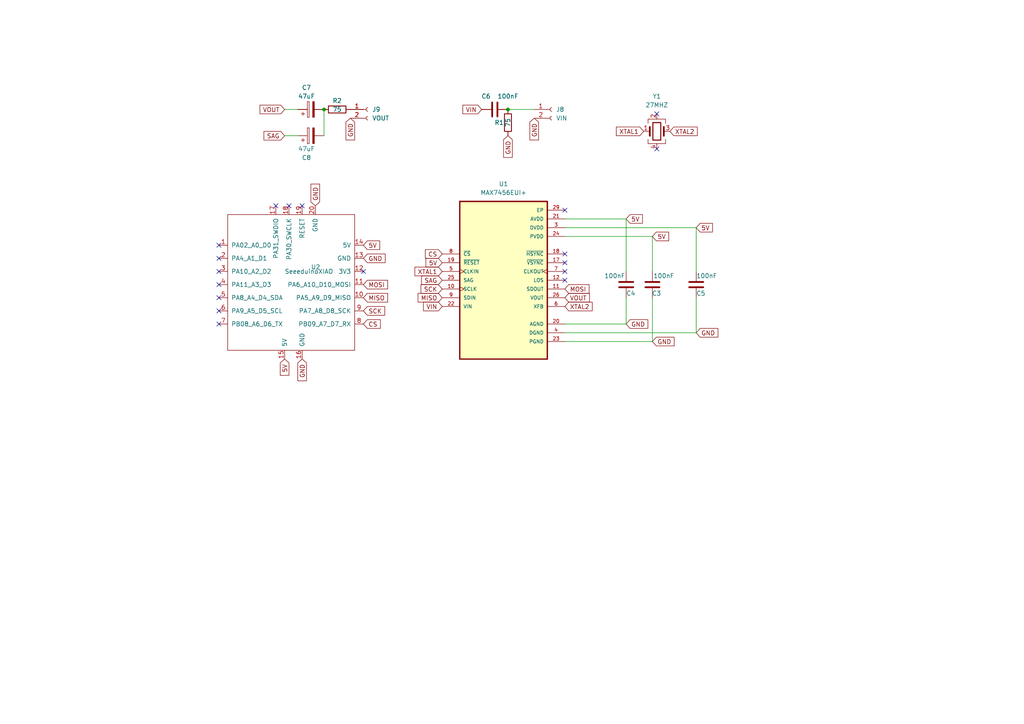
<source format=kicad_sch>
(kicad_sch (version 20230121) (generator eeschema)
  (paper "A4")
  (lib_symbols
    (symbol "Connector:Conn_01x02_Female" (pin_names (offset 1.016) hide)
      (property "Reference" "J" (at 0 2.54 0))
      (property "Value" "Conn_01x02_Female" (at 0 -5.08 0))
      (symbol "Conn_01x02_Female_1_1"
        (arc (start 0 -2.032) (mid -0.5058 -2.54) (end 0 -3.048) (stroke (width 0.1524)))
        (polyline (pts (xy -1.27 -2.54) (xy -0.508 -2.54)) (stroke (width 0.1524)))
        (polyline (pts (xy -1.27 0) (xy -0.508 0)) (stroke (width 0.1524)))
        (arc (start 0 0.508) (mid -0.5058 0) (end 0 -0.508) (stroke (width 0.1524)))
        (pin passive line (at -5.08 0 0) (length 3.81) (name "Pin_1") (number "1"))
        (pin passive line (at -5.08 -2.54 0) (length 3.81) (name "Pin_2") (number "2"))
      )
    )
    (symbol "Device:C" (pin_numbers hide) (pin_names (offset 0.254))
      (property "Reference" "C" (at 0.635 2.54 0))
      (property "Value" "C" (at 0.635 -2.54 0))
      (symbol "C_0_1"
        (polyline (pts (xy -2.032 -0.762) (xy 2.032 -0.762)) (stroke (width 0.508)))
        (polyline (pts (xy -2.032 0.762) (xy 2.032 0.762)) (stroke (width 0.508)))
      )
      (symbol "C_1_1"
        (pin passive line (at 0 3.81 270) (length 2.794) (name "~") (number "1"))
        (pin passive line (at 0 -3.81 90) (length 2.794) (name "~") (number "2"))
      )
    )
    (symbol "Device:C_Polarized" (pin_numbers hide) (pin_names (offset 0.254))
      (property "Reference" "C" (at 0.635 2.54 0))
      (property "Value" "C_Polarized" (at 0.635 -2.54 0))
      (symbol "C_Polarized_0_1"
        (rectangle (start -2.286 0.508) (end 2.286 1.016))
        (polyline (pts (xy -1.778 2.286) (xy -0.762 2.286)))
        (polyline (pts (xy -1.27 2.794) (xy -1.27 1.778)))
        (rectangle (start 2.286 -0.508) (end -2.286 -1.016) (fill (type outline)))
      )
      (symbol "C_Polarized_1_1"
        (pin passive line (at 0 3.81 270) (length 2.794) (name "~") (number "1"))
        (pin passive line (at 0 -3.81 90) (length 2.794) (name "~") (number "2"))
      )
    )
    (symbol "Device:Crystal_GND24" (pin_names (offset 1.016) hide)
      (property "Reference" "Y" (at 3.175 5.08 0))
      (property "Value" "Crystal_GND24" (at 3.175 3.175 0))
      (symbol "Crystal_GND24_0_1"
        (rectangle (start -1.143 2.54) (end 1.143 -2.54) (stroke (width 0.3048)))
        (polyline (pts (xy -2.54 0) (xy -2.032 0)))
        (polyline (pts (xy -2.032 -1.27) (xy -2.032 1.27)) (stroke (width 0.508)))
        (polyline (pts (xy 0 -3.81) (xy 0 -3.556)))
        (polyline (pts (xy 0 3.556) (xy 0 3.81)))
        (polyline (pts (xy 2.032 -1.27) (xy 2.032 1.27)) (stroke (width 0.508)))
        (polyline (pts (xy 2.032 0) (xy 2.54 0)))
        (polyline (pts (xy -2.54 -2.286) (xy -2.54 -3.556) (xy 2.54 -3.556) (xy 2.54 -2.286)))
        (polyline (pts (xy -2.54 2.286) (xy -2.54 3.556) (xy 2.54 3.556) (xy 2.54 2.286)))
      )
      (symbol "Crystal_GND24_1_1"
        (pin passive line (at -3.81 0 0) (length 1.27) (name "1") (number "1"))
        (pin passive line (at 0 5.08 270) (length 1.27) (name "2") (number "2"))
        (pin passive line (at 3.81 0 180) (length 1.27) (name "3") (number "3"))
        (pin passive line (at 0 -5.08 90) (length 1.27) (name "4") (number "4"))
      )
    )
    (symbol "Device:R" (pin_numbers hide) (pin_names (offset 0))
      (property "Reference" "R" (at 2.032 0 90))
      (property "Value" "R" (at 0 0 90))
      (symbol "R_0_1"
        (rectangle (start -1.016 -2.54) (end 1.016 2.54) (stroke (width 0.254)))
      )
      (symbol "R_1_1"
        (pin passive line (at 0 3.81 270) (length 1.27) (name "~") (number "1"))
        (pin passive line (at 0 -3.81 90) (length 1.27) (name "~") (number "2"))
      )
    )
    (symbol "MAX7456EUI:MAX7456EUI+" (pin_names (offset 1.016))
      (property "Reference" "U" (at -12.7 23.8506 0))
      (property "Value" "MAX7456EUI+" (at -12.7 -26.8478 0))
      (symbol "MAX7456EUI+_0_0"
        (rectangle (start -12.7 -22.86) (end 12.7 22.86) (stroke (width 0.4064)) (fill (type background)))
        (pin input clock (at -17.78 -2.54 0) (length 5.08) (name "SCLK") (number "10"))
        (pin output line (at 17.78 -2.54 180) (length 5.08) (name "SDOUT") (number "11"))
        (pin output line (at 17.78 0 180) (length 5.08) (name "LOS") (number "12"))
        (pin output line (at 17.78 5.08 180) (length 5.08) (name "~{VSYNC}") (number "17"))
        (pin output line (at 17.78 7.62 180) (length 5.08) (name "~{HSYNC}") (number "18"))
        (pin input line (at -17.78 5.08 0) (length 5.08) (name "~{RESET}") (number "19"))
        (pin power_in line (at 17.78 -12.7 180) (length 5.08) (name "AGND") (number "20"))
        (pin power_in line (at 17.78 17.78 180) (length 5.08) (name "AVDD") (number "21"))
        (pin input line (at -17.78 -7.62 0) (length 5.08) (name "VIN") (number "22"))
        (pin power_in line (at 17.78 -17.78 180) (length 5.08) (name "PGND") (number "23"))
        (pin power_in line (at 17.78 12.7 180) (length 5.08) (name "PVDD") (number "24"))
        (pin input line (at -17.78 0 0) (length 5.08) (name "SAG") (number "25"))
        (pin output line (at 17.78 -5.08 180) (length 5.08) (name "VOUT") (number "26"))
        (pin power_in line (at 17.78 20.32 180) (length 5.08) (name "EP") (number "29"))
        (pin power_in line (at 17.78 15.24 180) (length 5.08) (name "DVDD") (number "3"))
        (pin power_in line (at 17.78 -15.24 180) (length 5.08) (name "DGND") (number "4"))
        (pin input clock (at -17.78 2.54 0) (length 5.08) (name "CLKIN") (number "5"))
        (pin output line (at 17.78 -7.62 180) (length 5.08) (name "XFB") (number "6"))
        (pin output clock (at 17.78 2.54 180) (length 5.08) (name "CLKOUT") (number "7"))
        (pin input line (at -17.78 7.62 0) (length 5.08) (name "~{CS}") (number "8"))
        (pin input line (at -17.78 -5.08 0) (length 5.08) (name "SDIN") (number "9"))
      )
    )
    (symbol "Seeeduino XIAO:SeeeduinoXIAO" (pin_names (offset 1.016))
      (property "Reference" "U" (at -19.05 22.86 0))
      (property "Value" "SeeeduinoXIAO" (at -12.7 21.59 0))
      (symbol "SeeeduinoXIAO_0_1"
        (rectangle (start -19.05 20.32) (end 17.78 -19.05))
      )
      (symbol "SeeeduinoXIAO_1_1"
        (pin unspecified line (at -21.59 11.43 0) (length 2.54) (name "PA02_A0_D0") (number "1"))
        (pin unspecified line (at 20.32 -3.81 180) (length 2.54) (name "PA5_A9_D9_MISO") (number "10"))
        (pin unspecified line (at 20.32 0 180) (length 2.54) (name "PA6_A10_D10_MOSI") (number "11"))
        (pin unspecified line (at 20.32 3.81 180) (length 2.54) (name "3V3") (number "12"))
        (pin unspecified line (at 20.32 7.62 180) (length 2.54) (name "GND") (number "13"))
        (pin unspecified line (at 20.32 11.43 180) (length 2.54) (name "5V") (number "14"))
        (pin input line (at -2.54 -21.59 90) (length 2.54) (name "5V") (number "15"))
        (pin input line (at 2.54 -21.59 90) (length 2.54) (name "GND") (number "16"))
        (pin input line (at -5.08 22.86 270) (length 2.54) (name "PA31_SWDIO") (number "17"))
        (pin input line (at -1.27 22.86 270) (length 2.54) (name "PA30_SWCLK") (number "18"))
        (pin input line (at 2.54 22.86 270) (length 2.54) (name "RESET") (number "19"))
        (pin unspecified line (at -21.59 7.62 0) (length 2.54) (name "PA4_A1_D1") (number "2"))
        (pin input line (at 6.35 22.86 270) (length 2.54) (name "GND") (number "20"))
        (pin unspecified line (at -21.59 3.81 0) (length 2.54) (name "PA10_A2_D2") (number "3"))
        (pin unspecified line (at -21.59 0 0) (length 2.54) (name "PA11_A3_D3") (number "4"))
        (pin unspecified line (at -21.59 -3.81 0) (length 2.54) (name "PA8_A4_D4_SDA") (number "5"))
        (pin unspecified line (at -21.59 -7.62 0) (length 2.54) (name "PA9_A5_D5_SCL") (number "6"))
        (pin unspecified line (at -21.59 -11.43 0) (length 2.54) (name "PB08_A6_D6_TX") (number "7"))
        (pin unspecified line (at 20.32 -11.43 180) (length 2.54) (name "PB09_A7_D7_RX") (number "8"))
        (pin unspecified line (at 20.32 -7.62 180) (length 2.54) (name "PA7_A8_D8_SCK") (number "9"))
      )
    )
  )
  (junction (at 147.32 31.75))
  (junction (at 93.98 31.75))
  (no_connect (at 63.5 71.12))
  (no_connect (at 63.5 86.36))
  (no_connect (at 163.83 81.28))
  (no_connect (at 163.83 78.74))
  (no_connect (at 163.83 76.2))
  (no_connect (at 163.83 73.66))
  (no_connect (at 105.41 78.74))
  (no_connect (at 83.82 59.69))
  (no_connect (at 63.5 90.17))
  (no_connect (at 63.5 78.74))
  (no_connect (at 80.01 59.69))
  (no_connect (at 63.5 93.98))
  (no_connect (at 63.5 74.93))
  (no_connect (at 87.63 59.69))
  (no_connect (at 163.83 60.96))
  (no_connect (at 190.5 33.02))
  (no_connect (at 190.5 43.18))
  (no_connect (at 63.5 82.55))
  (wire (pts (xy 163.83 66.04) (xy 201.93 66.04)))
  (wire (pts (xy 163.83 68.58) (xy 189.23 68.58)))
  (wire (pts (xy 163.83 63.5) (xy 181.61 63.5)))
  (wire (pts (xy 201.93 66.04) (xy 201.93 78.74)))
  (wire (pts (xy 189.23 99.06) (xy 189.23 86.36)))
  (wire (pts (xy 93.98 31.75) (xy 93.98 39.37)))
  (wire (pts (xy 163.83 93.98) (xy 181.61 93.98)))
  (wire (pts (xy 82.55 31.75) (xy 86.36 31.75)))
  (wire (pts (xy 147.32 31.75) (xy 154.94 31.75)))
  (wire (pts (xy 163.83 96.52) (xy 201.93 96.52)))
  (wire (pts (xy 181.61 63.5) (xy 181.61 78.74)))
  (wire (pts (xy 163.83 99.06) (xy 189.23 99.06)))
  (wire (pts (xy 201.93 96.52) (xy 201.93 86.36)))
  (wire (pts (xy 181.61 93.98) (xy 181.61 86.36)))
  (wire (pts (xy 82.55 39.37) (xy 86.36 39.37)))
  (wire (pts (xy 189.23 78.74) (xy 189.23 68.58)))
  (global_label "5V" (shape input) (at 82.55 104.14 270) (property "Intersheetrefs" "${INTERSHEET_REFS}" (effects hide)))
  (global_label "MOSI" (shape input) (at 163.83 83.82 0) (property "Intersheetrefs" "${INTERSHEET_REFS}" (effects hide)))
  (global_label "SCK" (shape input) (at 128.27 83.82 180) (property "Intersheetrefs" "${INTERSHEET_REFS}" (effects hide)))
  (global_label "CS" (shape input) (at 128.27 73.66 180) (property "Intersheetrefs" "${INTERSHEET_REFS}" (effects hide)))
  (global_label "5V" (shape input) (at 128.27 76.2 180) (property "Intersheetrefs" "${INTERSHEET_REFS}" (effects hide)))
  (global_label "GND" (shape input) (at 91.44 59.69 90) (property "Intersheetrefs" "${INTERSHEET_REFS}" (effects hide)))
  (global_label "5V" (shape input) (at 105.41 71.12 0) (property "Intersheetrefs" "${INTERSHEET_REFS}" (effects hide)))
  (global_label "5V" (shape input) (at 181.61 63.5 0) (property "Intersheetrefs" "${INTERSHEET_REFS}" (effects hide)))
  (global_label "GND" (shape input) (at 101.6 34.29 270) (property "Intersheetrefs" "${INTERSHEET_REFS}" (effects hide)))
  (global_label "SAG" (shape input) (at 128.27 81.28 180) (property "Intersheetrefs" "${INTERSHEET_REFS}" (effects hide)))
  (global_label "5V" (shape input) (at 189.23 68.58 0) (property "Intersheetrefs" "${INTERSHEET_REFS}" (effects hide)))
  (global_label "GND" (shape input) (at 181.61 93.98 0) (property "Intersheetrefs" "${INTERSHEET_REFS}" (effects hide)))
  (global_label "GND" (shape input) (at 147.32 39.37 270) (property "Intersheetrefs" "${INTERSHEET_REFS}" (effects hide)))
  (global_label "VIN" (shape input) (at 128.27 88.9 180) (property "Intersheetrefs" "${INTERSHEET_REFS}" (effects hide)))
  (global_label "VOUT" (shape input) (at 163.83 86.36 0) (property "Intersheetrefs" "${INTERSHEET_REFS}" (effects hide)))
  (global_label "XTAL1" (shape input) (at 128.27 78.74 180) (property "Intersheetrefs" "${INTERSHEET_REFS}" (effects hide)))
  (global_label "SCK" (shape input) (at 105.41 90.17 0) (property "Intersheetrefs" "${INTERSHEET_REFS}" (effects hide)))
  (global_label "MISO" (shape input) (at 128.27 86.36 180) (property "Intersheetrefs" "${INTERSHEET_REFS}" (effects hide)))
  (global_label "GND" (shape input) (at 87.63 104.14 270) (property "Intersheetrefs" "${INTERSHEET_REFS}" (effects hide)))
  (global_label "GND" (shape input) (at 105.41 74.93 0) (property "Intersheetrefs" "${INTERSHEET_REFS}" (effects hide)))
  (global_label "MISO" (shape input) (at 105.41 86.36 0) (property "Intersheetrefs" "${INTERSHEET_REFS}" (effects hide)))
  (global_label "GND" (shape input) (at 154.94 34.29 270) (property "Intersheetrefs" "${INTERSHEET_REFS}" (effects hide)))
  (global_label "VOUT" (shape input) (at 82.55 31.75 180) (property "Intersheetrefs" "${INTERSHEET_REFS}" (effects hide)))
  (global_label "XTAL1" (shape input) (at 186.69 38.1 180) (property "Intersheetrefs" "${INTERSHEET_REFS}" (effects hide)))
  (global_label "CS" (shape input) (at 105.41 93.98 0) (property "Intersheetrefs" "${INTERSHEET_REFS}" (effects hide)))
  (global_label "5V" (shape input) (at 201.93 66.04 0) (property "Intersheetrefs" "${INTERSHEET_REFS}" (effects hide)))
  (global_label "XTAL2" (shape input) (at 194.31 38.1 0) (property "Intersheetrefs" "${INTERSHEET_REFS}" (effects hide)))
  (global_label "SAG" (shape input) (at 82.55 39.37 180) (property "Intersheetrefs" "${INTERSHEET_REFS}" (effects hide)))
  (global_label "GND" (shape input) (at 189.23 99.06 0) (property "Intersheetrefs" "${INTERSHEET_REFS}" (effects hide)))
  (global_label "VIN" (shape input) (at 139.7 31.75 180) (property "Intersheetrefs" "${INTERSHEET_REFS}" (effects hide)))
  (global_label "GND" (shape input) (at 201.93 96.52 0) (property "Intersheetrefs" "${INTERSHEET_REFS}" (effects hide)))
  (global_label "XTAL2" (shape input) (at 163.83 88.9 0) (property "Intersheetrefs" "${INTERSHEET_REFS}" (effects hide)))
  (global_label "MOSI" (shape input) (at 105.41 82.55 0) (property "Intersheetrefs" "${INTERSHEET_REFS}" (effects hide)))
  (symbol (lib_id "Device:C") (at 181.61 82.55 0) (unit 1)
    (property "Reference" "C4" (at 181.61 85.09 0) (effects (justify left)))
    (property "Value" "100nF" (at 175.26 80.01 0) (effects (justify left)))
    (property "Footprint" "Capacitor_SMD:C_0805_2012Metric_Pad1.18x1.45mm_HandSolder" (effects hide))
  )
  (symbol (lib_id "Connector:Conn_01x02_Female") (at 160.02 31.75 0) (unit 1)
    (property "Reference" "J8" (at 161.29 31.7499 0) (effects (justify left)))
    (property "Value" "VIN" (at 161.29 34.2899 0) (effects (justify left)))
    (property "Footprint" "Connector_PinHeader_2.54mm:PinHeader_1x02_P2.54mm_Vertical" (effects hide))
  )
  (symbol (lib_id "Device:R") (at 147.32 35.56 180) (unit 1)
    (property "Reference" "R1" (at 144.78 35.56 0))
    (property "Value" "75" (at 147.32 35.56 90))
    (property "Footprint" "Resistor_SMD:R_0805_2012Metric_Pad1.20x1.40mm_HandSolder" (effects hide))
  )
  (symbol (lib_id "MAX7456EUI:MAX7456EUI+") (at 146.05 81.28 0) (unit 1)
    (property "Reference" "U1" (at 146.05 53.34 0))
    (property "Value" "MAX7456EUI+" (at 146.05 55.88 0))
    (property "Footprint" "SOP65P637X110-28N" (effects hide))
  )
  (symbol (lib_id "Device:Crystal_GND24") (at 190.5 38.1 0) (unit 1)
    (property "Reference" "Y1" (at 190.5 27.94 0))
    (property "Value" "27MHZ" (at 190.5 30.48 0))
    (property "Footprint" "Crystal:Crystal_SMD_3225-4Pin_3.2x2.5mm_HandSoldering" (effects hide))
  )
  (symbol (lib_id "Device:C") (at 189.23 82.55 180) (unit 1)
    (property "Reference" "C3" (at 191.77 85.09 0) (effects (justify left)))
    (property "Value" "100nF" (at 195.58 80.01 0) (effects (justify left)))
    (property "Footprint" "Capacitor_SMD:C_0805_2012Metric_Pad1.18x1.45mm_HandSolder" (effects hide))
  )
  (symbol (lib_id "Device:C_Polarized") (at 90.17 39.37 90) (unit 1)
    (property "Reference" "C8" (at 88.9 45.72 90))
    (property "Value" "47uF" (at 88.9 43.18 90))
    (property "Footprint" "Capacitor_Tantalum_SMD:CP_EIA-3216-18_Kemet-A_Pad1.58x1.35mm_HandSolder" (effects hide))
  )
  (symbol (lib_id "Connector:Conn_01x02_Female") (at 106.68 31.75 0) (unit 1)
    (property "Reference" "J9" (at 107.95 31.7499 0) (effects (justify left)))
    (property "Value" "VOUT" (at 107.95 34.2899 0) (effects (justify left)))
    (property "Footprint" "Connector_PinHeader_2.54mm:PinHeader_1x02_P2.54mm_Vertical" (effects hide))
  )
  (symbol (lib_id "Device:C") (at 201.93 82.55 0) (unit 1)
    (property "Reference" "C5" (at 201.93 85.09 0) (effects (justify left)))
    (property "Value" "100nF" (at 201.93 80.01 0) (effects (justify left)))
    (property "Footprint" "Capacitor_SMD:C_0805_2012Metric_Pad1.18x1.45mm_HandSolder" (effects hide))
  )
  (symbol (lib_id "Device:C_Polarized") (at 90.17 31.75 90) (unit 1)
    (property "Reference" "C7" (at 88.9 25.4 90))
    (property "Value" "47uF" (at 88.9 27.94 90))
    (property "Footprint" "Capacitor_Tantalum_SMD:CP_EIA-3216-18_Kemet-A_Pad1.58x1.35mm_HandSolder" (effects hide))
  )
  (symbol (lib_id "Seeeduino XIAO:SeeeduinoXIAO") (at 85.09 82.55 0) (unit 1)
    (property "Reference" "U2" (at 90.17 77.47 0) (effects (justify left)))
    (property "Value" "SeeeduinoXIAO" (at 82.55 78.74 0) (effects (justify left)))
    (property "Footprint" "xiao:Seeeduino XIAO-MOUDLE14P-2.54-21X17.8MM" (effects hide))
  )
  (symbol (lib_id "Device:C") (at 143.51 31.75 90) (unit 1)
    (property "Reference" "C6" (at 140.97 27.94 90))
    (property "Value" "100nF" (at 147.32 27.94 90))
    (property "Footprint" "Capacitor_SMD:C_0805_2012Metric_Pad1.18x1.45mm_HandSolder" (effects hide))
  )
  (symbol (lib_id "Device:R") (at 97.79 31.75 90) (unit 1)
    (property "Reference" "R2" (at 97.79 29.21 90))
    (property "Value" "75" (at 97.79 31.75 90))
    (property "Footprint" "Resistor_SMD:R_0805_2012Metric_Pad1.20x1.40mm_HandSolder" (effects hide))
  )
)
</source>
